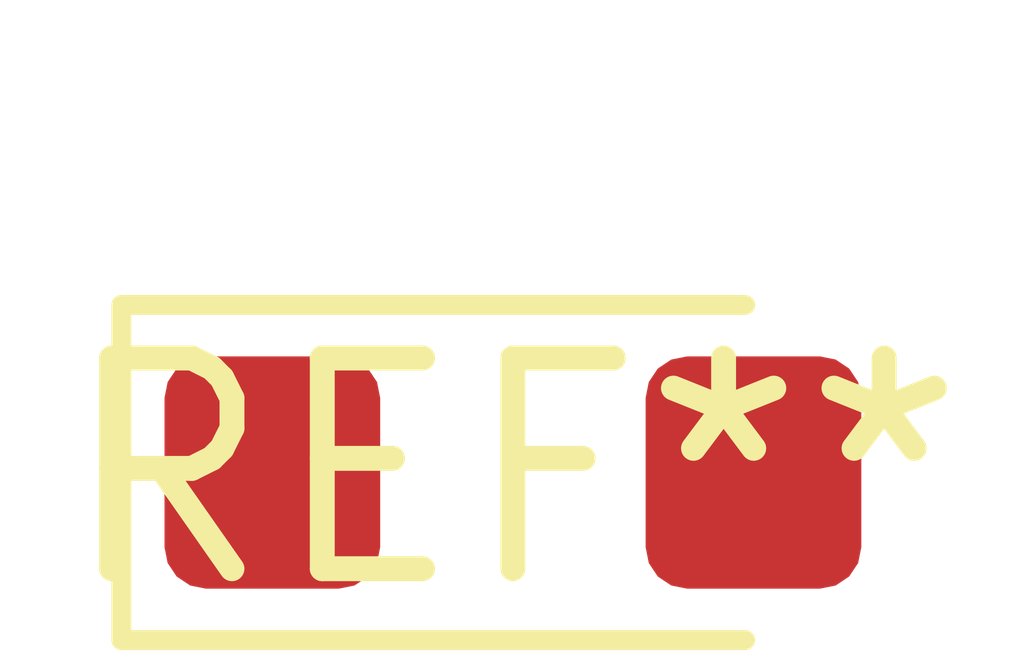
<source format=kicad_pcb>
(kicad_pcb (version 20240108) (generator pcbnew)
  (layers (0 "F.Cu" signal) (31 "B.Cu" signal) (34 "B.Paste" user) (35 "F.Paste" user) (36 "B.SilkS" user "B.Silkscreen") (37 "F.SilkS" user "F.Silkscreen") (38 "B.Mask" user) (39 "F.Mask" user) (44 "Edge.Cuts" user))
  (net 0 "")
  (footprint "D_SMF" (layer "F.Cu") (at 0 0)
    (property "Reference" "REF**")
    (property "Value" "D_SMF")
    (fp_line (start -2.36 -1.01) (end -2.36 1.01) (layer "F.SilkS") (stroke (width 0.12)))
    (fp_line (start -2.36 -1.01) (end 1.4 -1.01) (layer "F.SilkS") (stroke (width 0.12)))
    (fp_line (start -2.36 1.01) (end 1.4 1.01) (layer "F.SilkS") (stroke (width 0.12)))
    (pad "1" smd roundrect (at -1.45 0) (size 1.3 1.4) (layers "F.Cu" "F.Paste" "F.Mask") (roundrect_rratio 0.1923076923))
    (pad "2" smd roundrect (at 1.45 0) (size 1.3 1.4) (layers "F.Cu" "F.Paste" "F.Mask") (roundrect_rratio 0.1923076923))
  )
)
</source>
